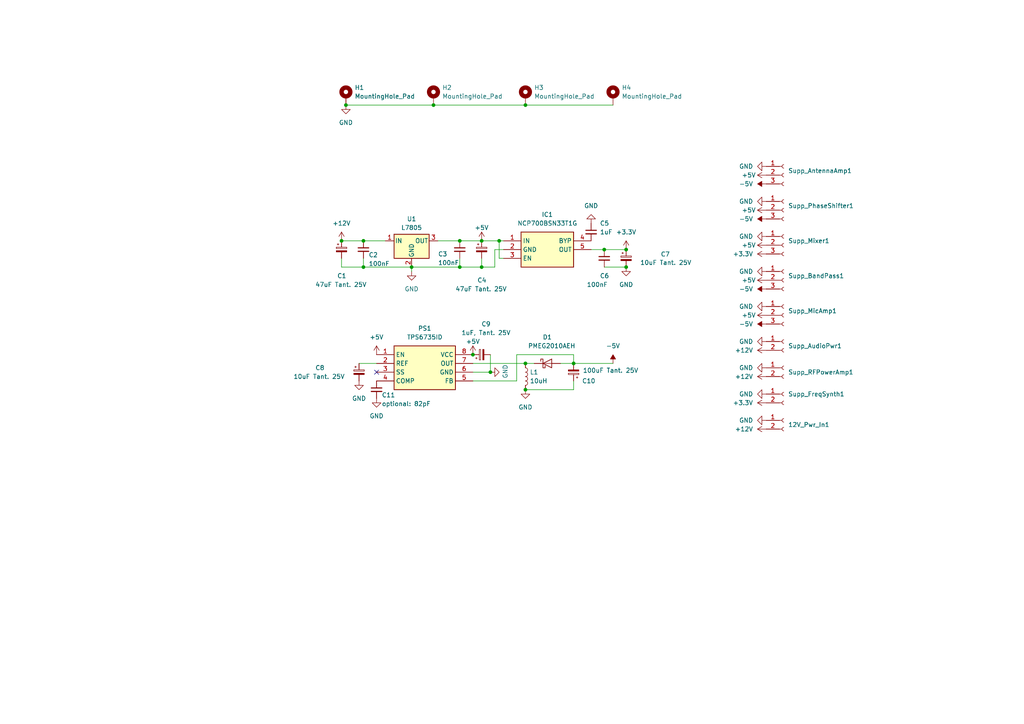
<source format=kicad_sch>
(kicad_sch (version 20231120) (generator "eeschema") (generator_version "8.0")
  (paper "A4")
  (title_block (title "Phasor Radio: Power Supply") (date "2024-02-19") (rev "v1") (company "Stefan Meyre, HB9GZE"))
  (lib_symbols
    (symbol "Connector:Conn_01x02_Socket" (pin_names (offset 1.016) hide)
      (property "Reference" "J" (at 0 2.54 0))
      (property "Value" "Conn_01x02_Socket" (at 0 -5.08 0))
      (symbol "Conn_01x02_Socket_1_1"
        (arc (start 0 -2.032) (mid -0.5058 -2.54) (end 0 -3.048) (stroke (width 0.1524)))
        (polyline (pts (xy -1.27 -2.54) (xy -0.508 -2.54)) (stroke (width 0.1524)))
        (polyline (pts (xy -1.27 0) (xy -0.508 0)) (stroke (width 0.1524)))
        (arc (start 0 0.508) (mid -0.5058 0) (end 0 -0.508) (stroke (width 0.1524)))
        (pin passive line (at -5.08 0 0) (length 3.81) (name "Pin_1") (number "1"))
        (pin passive line (at -5.08 -2.54 0) (length 3.81) (name "Pin_2") (number "2"))
      )
    )
    (symbol "Connector:Conn_01x03_Socket" (pin_names (offset 1.016) hide)
      (property "Reference" "J" (at 0 5.08 0))
      (property "Value" "Conn_01x03_Socket" (at 0 -5.08 0))
      (symbol "Conn_01x03_Socket_1_1"
        (arc (start 0 -2.032) (mid -0.5058 -2.54) (end 0 -3.048) (stroke (width 0.1524)))
        (polyline (pts (xy -1.27 -2.54) (xy -0.508 -2.54)) (stroke (width 0.1524)))
        (polyline (pts (xy -1.27 0) (xy -0.508 0)) (stroke (width 0.1524)))
        (polyline (pts (xy -1.27 2.54) (xy -0.508 2.54)) (stroke (width 0.1524)))
        (arc (start 0 0.508) (mid -0.5058 0) (end 0 -0.508) (stroke (width 0.1524)))
        (arc (start 0 3.048) (mid -0.5058 2.54) (end 0 2.032) (stroke (width 0.1524)))
        (pin passive line (at -5.08 2.54 0) (length 3.81) (name "Pin_1") (number "1"))
        (pin passive line (at -5.08 0 0) (length 3.81) (name "Pin_2") (number "2"))
        (pin passive line (at -5.08 -2.54 0) (length 3.81) (name "Pin_3") (number "3"))
      )
    )
    (symbol "Device:C_Polarized_Small" (pin_numbers hide) (pin_names (offset 0.254) hide)
      (property "Reference" "C" (at 0.254 1.778 0))
      (property "Value" "C_Polarized_Small" (at 0.254 -2.032 0))
      (symbol "C_Polarized_Small_0_1"
        (rectangle (start -1.524 -0.3048) (end 1.524 -0.6858) (fill (type outline)))
        (rectangle (start -1.524 0.6858) (end 1.524 0.3048))
        (polyline (pts (xy -1.27 1.524) (xy -0.762 1.524)))
        (polyline (pts (xy -1.016 1.27) (xy -1.016 1.778)))
      )
      (symbol "C_Polarized_Small_1_1"
        (pin passive line (at 0 2.54 270) (length 1.8542) (name "~") (number "1"))
        (pin passive line (at 0 -2.54 90) (length 1.8542) (name "~") (number "2"))
      )
    )
    (symbol "Device:C_Small" (pin_numbers hide) (pin_names (offset 0.254) hide)
      (property "Reference" "C" (at 0.254 1.778 0))
      (property "Value" "C_Small" (at 0.254 -2.032 0))
      (symbol "C_Small_0_1"
        (polyline (pts (xy -1.524 -0.508) (xy 1.524 -0.508)) (stroke (width 0.3302)))
        (polyline (pts (xy -1.524 0.508) (xy 1.524 0.508)) (stroke (width 0.3048)))
      )
      (symbol "C_Small_1_1"
        (pin passive line (at 0 2.54 270) (length 2.032) (name "~") (number "1"))
        (pin passive line (at 0 -2.54 90) (length 2.032) (name "~") (number "2"))
      )
    )
    (symbol "Device:L" (pin_numbers hide) (pin_names (offset 1.016) hide)
      (property "Reference" "L" (at -1.27 0 90))
      (property "Value" "L" (at 1.905 0 90))
      (symbol "L_0_1"
        (arc (start 0 -2.54) (mid 0.6323 -1.905) (end 0 -1.27))
        (arc (start 0 -1.27) (mid 0.6323 -0.635) (end 0 0))
        (arc (start 0 0) (mid 0.6323 0.635) (end 0 1.27))
        (arc (start 0 1.27) (mid 0.6323 1.905) (end 0 2.54))
      )
      (symbol "L_1_1"
        (pin passive line (at 0 3.81 270) (length 1.27) (name "1") (number "1"))
        (pin passive line (at 0 -3.81 90) (length 1.27) (name "2") (number "2"))
      )
    )
    (symbol "Diode:PMEG2010AEH" (pin_numbers hide) (pin_names hide)
      (property "Reference" "D" (at 0 2.54 0))
      (property "Value" "PMEG2010AEH" (at 0 -2.54 0))
      (symbol "PMEG2010AEH_0_1"
        (polyline (pts (xy 1.27 0) (xy -1.27 0)))
        (polyline (pts (xy 1.27 1.27) (xy 1.27 -1.27) (xy -1.27 0) (xy 1.27 1.27)) (stroke (width 0.2032)))
        (polyline (pts (xy -1.905 0.635) (xy -1.905 1.27) (xy -1.27 1.27) (xy -1.27 -1.27) (xy -0.635 -1.27) (xy -0.635 -0.635)) (stroke (width 0.2032)))
      )
      (symbol "PMEG2010AEH_1_1"
        (pin passive line (at -3.81 0 0) (length 2.54) (name "K") (number "1"))
        (pin passive line (at 3.81 0 180) (length 2.54) (name "A") (number "2"))
      )
    )
    (symbol "Mechanical:MountingHole_Pad" (pin_numbers hide) (pin_names (offset 1.016) hide)
      (property "Reference" "H" (at 0 6.35 0))
      (property "Value" "MountingHole_Pad" (at 0 4.445 0))
      (symbol "MountingHole_Pad_0_1"
        (circle (center 0 1.27) (radius 1.27) (stroke (width 1.27)))
      )
      (symbol "MountingHole_Pad_1_1"
        (pin input line (at 0 -2.54 90) (length 2.54) (name "1") (number "1"))
      )
    )
    (symbol "Private:NCP700BSN33T1G"
      (property "Reference" "IC" (at 21.59 7.62 0))
      (property "Value" "NCP700BSN33T1G" (at 21.59 5.08 0))
      (symbol "NCP700BSN33T1G_1_1"
        (rectangle (start 5.08 2.54) (end 20.32 -7.62) (stroke (width 0.254)) (fill (type background)))
        (pin passive line (at 0 0 0) (length 5.08) (name "IN") (number "1"))
        (pin passive line (at 0 -2.54 0) (length 5.08) (name "GND") (number "2"))
        (pin passive line (at 0 -5.08 0) (length 5.08) (name "EN") (number "3"))
        (pin passive line (at 25.4 0 180) (length 5.08) (name "BYP") (number "4"))
        (pin passive line (at 25.4 -2.54 180) (length 5.08) (name "OUT") (number "5"))
      )
    )
    (symbol "Private:TPS6735ID"
      (property "Reference" "PS" (at 24.13 7.62 0))
      (property "Value" "TPS6735ID" (at 24.13 5.08 0))
      (symbol "TPS6735ID_1_1"
        (rectangle (start 5.08 2.54) (end 22.86 -10.16) (stroke (width 0.254)) (fill (type background)))
        (pin input line (at 0 0 0) (length 5.08) (name "EN") (number "1"))
        (pin bidirectional line (at 0 -2.54 0) (length 5.08) (name "REF") (number "2"))
        (pin input line (at 0 -5.08 0) (length 5.08) (name "SS") (number "3"))
        (pin passive line (at 0 -7.62 0) (length 5.08) (name "COMP") (number "4"))
        (pin input line (at 27.94 -7.62 180) (length 5.08) (name "FB") (number "5"))
        (pin power_in line (at 27.94 -5.08 180) (length 5.08) (name "GND") (number "6"))
        (pin power_in line (at 27.94 -2.54 180) (length 5.08) (name "OUT") (number "7"))
        (pin power_in line (at 27.94 0 180) (length 5.08) (name "VCC") (number "8"))
      )
    )
    (symbol "Regulator_Linear:L7805" (pin_names (offset 0.254))
      (property "Reference" "U" (at -3.81 3.175 0))
      (property "Value" "L7805" (at 0 3.175 0))
      (symbol "L7805_0_1"
        (rectangle (start -5.08 1.905) (end 5.08 -5.08) (stroke (width 0.254)) (fill (type background)))
      )
      (symbol "L7805_1_1"
        (pin power_in line (at -7.62 0 0) (length 2.54) (name "IN") (number "1"))
        (pin power_in line (at 0 -7.62 90) (length 2.54) (name "GND") (number "2"))
        (pin power_out line (at 7.62 0 180) (length 2.54) (name "OUT") (number "3"))
      )
    )
    (symbol "power:+12V" (power) (pin_names (offset 0))
      (property "Value" "+12V" (at 0 3.556 0))
      (symbol "+12V_0_1"
        (polyline (pts (xy -0.762 1.27) (xy 0 2.54)))
        (polyline (pts (xy 0 0) (xy 0 2.54)))
        (polyline (pts (xy 0 2.54) (xy 0.762 1.27)))
      )
      (symbol "+12V_1_1"
        (pin power_in line (at 0 0 90) (length 0) hide (name "+12V") (number "1"))
      )
    )
    (symbol "power:+3.3V" (power) (pin_names (offset 0))
      (property "Value" "+3.3V" (at 0 3.556 0))
      (symbol "+3.3V_0_1"
        (polyline (pts (xy -0.762 1.27) (xy 0 2.54)))
        (polyline (pts (xy 0 0) (xy 0 2.54)))
        (polyline (pts (xy 0 2.54) (xy 0.762 1.27)))
      )
      (symbol "+3.3V_1_1"
        (pin power_in line (at 0 0 90) (length 0) hide (name "+3.3V") (number "1"))
      )
    )
    (symbol "power:+5V" (power) (pin_names (offset 0))
      (property "Value" "+5V" (at 0 3.556 0))
      (symbol "+5V_0_1"
        (polyline (pts (xy -0.762 1.27) (xy 0 2.54)))
        (polyline (pts (xy 0 0) (xy 0 2.54)))
        (polyline (pts (xy 0 2.54) (xy 0.762 1.27)))
      )
      (symbol "+5V_1_1"
        (pin power_in line (at 0 0 90) (length 0) hide (name "+5V") (number "1"))
      )
    )
    (symbol "power:-5V" (power) (pin_names (offset 0))
      (property "Value" "-5V" (at 0 3.81 0))
      (symbol "-5V_0_0"
        (pin power_in line (at 0 0 90) (length 0) hide (name "-5V") (number "1"))
      )
      (symbol "-5V_0_1"
        (polyline (pts (xy 0 0) (xy 0 1.27) (xy 0.762 1.27) (xy 0 2.54) (xy -0.762 1.27) (xy 0 1.27)) (fill (type outline)))
      )
    )
    (symbol "power:GND" (power) (pin_names (offset 0))
      (property "Value" "GND" (at 0 -3.81 0))
      (symbol "GND_0_1"
        (polyline (pts (xy 0 0) (xy 0 -1.27) (xy 1.27 -1.27) (xy 0 -2.54) (xy -1.27 -1.27) (xy 0 -1.27)))
      )
      (symbol "GND_1_1"
        (pin power_in line (at 0 0 270) (length 0) hide (name "GND") (number "1"))
      )
    )
  )
  (junction (at 152.4 30.48))
  (junction (at 125.73 30.48))
  (junction (at 105.41 77.47))
  (junction (at 144.78 69.85))
  (junction (at 139.7 77.47))
  (junction (at 152.4 113.03))
  (junction (at 100.33 30.48))
  (junction (at 133.35 69.85))
  (junction (at 99.06 69.85))
  (junction (at 175.26 72.39))
  (junction (at 105.41 69.85))
  (junction (at 139.7 69.85))
  (junction (at 137.16 102.87))
  (junction (at 142.24 107.95))
  (junction (at 119.38 77.47))
  (junction (at 133.35 77.47))
  (junction (at 181.61 72.39))
  (junction (at 166.37 105.41))
  (junction (at 152.4 105.41))
  (junction (at 181.61 77.47))
  (no_connect (at 109.22 107.95))
  (wire (pts (xy 104.14 105.41) (xy 109.22 105.41)))
  (wire (pts (xy 152.4 113.03) (xy 166.37 113.03)))
  (wire (pts (xy 139.7 69.85) (xy 144.78 69.85)))
  (wire (pts (xy 152.4 105.41) (xy 154.94 105.41)))
  (wire (pts (xy 133.35 74.93) (xy 133.35 77.47)))
  (wire (pts (xy 127 69.85) (xy 133.35 69.85)))
  (wire (pts (xy 166.37 105.41) (xy 177.8 105.41)))
  (wire (pts (xy 166.37 110.49) (xy 166.37 113.03)))
  (wire (pts (xy 144.78 69.85) (xy 144.78 74.93)))
  (wire (pts (xy 99.06 77.47) (xy 105.41 77.47)))
  (wire (pts (xy 139.7 77.47) (xy 143.51 77.47)))
  (wire (pts (xy 137.16 107.95) (xy 142.24 107.95)))
  (wire (pts (xy 143.51 77.47) (xy 143.51 72.39)))
  (wire (pts (xy 152.4 30.48) (xy 177.8 30.48)))
  (wire (pts (xy 137.16 105.41) (xy 152.4 105.41)))
  (wire (pts (xy 99.06 69.85) (xy 105.41 69.85)))
  (wire (pts (xy 149.86 102.87) (xy 149.86 110.49)))
  (wire (pts (xy 99.06 77.47) (xy 99.06 74.93)))
  (wire (pts (xy 119.38 78.74) (xy 119.38 77.47)))
  (wire (pts (xy 171.45 72.39) (xy 175.26 72.39)))
  (wire (pts (xy 105.41 74.93) (xy 105.41 77.47)))
  (wire (pts (xy 143.51 72.39) (xy 146.05 72.39)))
  (wire (pts (xy 175.26 72.39) (xy 181.61 72.39)))
  (wire (pts (xy 105.41 69.85) (xy 111.76 69.85)))
  (wire (pts (xy 142.24 102.87) (xy 142.24 107.95)))
  (wire (pts (xy 133.35 69.85) (xy 139.7 69.85)))
  (wire (pts (xy 125.73 30.48) (xy 152.4 30.48)))
  (wire (pts (xy 146.05 74.93) (xy 144.78 74.93)))
  (wire (pts (xy 100.33 30.48) (xy 125.73 30.48)))
  (wire (pts (xy 166.37 102.87) (xy 149.86 102.87)))
  (wire (pts (xy 105.41 77.47) (xy 119.38 77.47)))
  (wire (pts (xy 133.35 77.47) (xy 139.7 77.47)))
  (wire (pts (xy 166.37 105.41) (xy 166.37 102.87)))
  (wire (pts (xy 175.26 77.47) (xy 181.61 77.47)))
  (wire (pts (xy 139.7 74.93) (xy 139.7 77.47)))
  (wire (pts (xy 119.38 77.47) (xy 133.35 77.47)))
  (wire (pts (xy 137.16 110.49) (xy 149.86 110.49)))
  (wire (pts (xy 162.56 105.41) (xy 166.37 105.41)))
  (wire (pts (xy 144.78 69.85) (xy 146.05 69.85)))
  (symbol (lib_id "Mechanical:MountingHole_Pad") (at 125.73 27.94 0) (unit 1)
    (property "Reference" "H2" (at 128.27 25.4 0) (effects (justify left)))
    (property "Value" "MountingHole_Pad" (at 128.27 27.94 0) (effects (justify left)))
    (property "Footprint" "MountingHole:MountingHole_2.5mm_Pad_TopBottom" (effects (hide yes)))
  )
  (symbol (lib_id "power:-5V") (at 222.25 93.98 90) (unit 1)
    (property "Reference" "#PWR0121" (effects (hide yes)))
    (property "Value" "-5V" (at 218.44 93.98 90) (effects (justify left)))
  )
  (symbol (lib_id "power:+12V") (at 222.25 101.6 90) (unit 1)
    (property "Reference" "#PWR0118" (effects (hide yes)))
    (property "Value" "+12V" (at 218.44 101.6 90) (effects (justify left)))
  )
  (symbol (lib_id "Mechanical:MountingHole_Pad") (at 152.4 27.94 0) (unit 1)
    (property "Reference" "H3" (at 154.94 25.4 0) (effects (justify left)))
    (property "Value" "MountingHole_Pad" (at 154.94 27.94 0) (effects (justify left)))
    (property "Footprint" "MountingHole:MountingHole_2.5mm_Pad_TopBottom" (effects (hide yes)))
  )
  (symbol (lib_id "power:GND") (at 222.25 99.06 270) (unit 1)
    (property "Reference" "#PWR0119" (effects (hide yes)))
    (property "Value" "GND" (at 218.44 99.06 90) (effects (justify right)))
  )
  (symbol (lib_id "Connector:Conn_01x03_Socket") (at 227.33 50.8 0) (unit 1)
    (property "Reference" "Supp_AntennaAmp1" (at 228.6 49.53 0) (effects (justify left)))
    (property "Value" "Supp_AntennaAmp" (effects (hide yes)))
    (property "Footprint" "Connector_JST:JST_EH_B3B-EH-A_1x03_P2.50mm_Vertical" (effects (hide yes)))
  )
  (symbol (lib_id "power:GND") (at 109.22 115.57 0) (unit 1)
    (property "Reference" "#PWR02" (effects (hide yes)))
    (property "Value" "GND" (at 109.22 120.65 0))
  )
  (symbol (lib_id "power:GND") (at 222.25 78.74 270) (unit 1)
    (property "Reference" "#PWR0122" (effects (hide yes)))
    (property "Value" "GND" (at 218.44 78.74 90) (effects (justify right)))
  )
  (symbol (lib_id "Connector:Conn_01x03_Socket") (at 227.33 71.12 0) (unit 1)
    (property "Reference" "Supp_Mixer1" (at 228.6 69.85 0) (effects (justify left)))
    (property "Value" "Supp_Mixer" (effects (hide yes)))
    (property "Footprint" "Connector_JST:JST_EH_B3B-EH-A_1x03_P2.50mm_Vertical" (effects (hide yes)))
  )
  (symbol (lib_id "power:GND") (at 222.25 88.9 270) (unit 1)
    (property "Reference" "#PWR0124" (effects (hide yes)))
    (property "Value" "GND" (at 218.44 88.9 90) (effects (justify right)))
  )
  (symbol (lib_id "power:+5V") (at 222.25 50.8 90) (unit 1)
    (property "Reference" "#PWR0110" (effects (hide yes)))
    (property "Value" "+5V" (at 217.17 50.8 90))
  )
  (symbol (lib_id "Mechanical:MountingHole_Pad") (at 177.8 27.94 0) (unit 1)
    (property "Reference" "H4" (at 180.34 25.4 0) (effects (justify left)))
    (property "Value" "MountingHole_Pad" (at 180.34 27.94 0) (effects (justify left)))
    (property "Footprint" "MountingHole:MountingHole_2.5mm_Pad_TopBottom" (effects (hide yes)))
  )
  (symbol (lib_id "power:+3.3V") (at 222.25 73.66 90) (unit 1)
    (property "Reference" "#PWR0127" (effects (hide yes)))
    (property "Value" "+3.3V" (at 218.44 73.66 90) (effects (justify left)))
  )
  (symbol (lib_id "Connector:Conn_01x02_Socket") (at 227.33 114.3 0) (unit 1)
    (property "Reference" "Supp_FreqSynth1" (at 228.6 114.3 0) (effects (justify left)))
    (property "Value" "Supp_FreqSynth" (effects (hide yes)))
    (property "Footprint" "Connector_JST:JST_EH_B2B-EH-A_1x02_P2.50mm_Vertical" (effects (hide yes)))
  )
  (symbol (lib_id "Connector:Conn_01x03_Socket") (at 227.33 81.28 0) (unit 1)
    (property "Reference" "Supp_BandPass1" (at 228.6 80.01 0) (effects (justify left)))
    (property "Value" "Supp_BandPass" (effects (hide yes)))
    (property "Footprint" "Connector_JST:JST_EH_B3B-EH-A_1x03_P2.50mm_Vertical" (effects (hide yes)))
  )
  (symbol (lib_id "power:+3.3V") (at 181.61 72.39 0) (unit 1)
    (property "Reference" "#PWR0104" (effects (hide yes)))
    (property "Value" "+3.3V" (at 181.61 67.31 0))
  )
  (symbol (lib_id "power:GND") (at 222.25 68.58 270) (unit 1)
    (property "Reference" "#PWR0126" (effects (hide yes)))
    (property "Value" "GND" (at 218.44 68.58 90) (effects (justify right)))
  )
  (symbol (lib_id "Device:C_Small") (at 171.45 67.31 0) (unit 1)
    (property "Reference" "C5" (at 173.99 64.77 0) (effects (justify left)))
    (property "Value" "1uF" (at 173.99 67.31 0) (effects (justify left)))
    (property "Footprint" "Capacitor_SMD:C_0805_2012Metric_Pad1.18x1.45mm_HandSolder" (effects (hide yes)))
  )
  (symbol (lib_id "power:+5V") (at 222.25 71.12 90) (unit 1)
    (property "Reference" "#PWR0128" (effects (hide yes)))
    (property "Value" "+5V" (at 217.17 71.12 90))
  )
  (symbol (lib_id "Device:C_Small") (at 175.26 74.93 0) (unit 1)
    (property "Reference" "C6" (at 173.99 80.01 0) (effects (justify left)))
    (property "Value" "100nF" (at 170.18 82.55 0) (effects (justify left)))
    (property "Footprint" "Capacitor_SMD:C_0805_2012Metric_Pad1.18x1.45mm_HandSolder" (effects (hide yes)))
  )
  (symbol (lib_id "power:-5V") (at 222.25 83.82 90) (unit 1)
    (property "Reference" "#PWR0123" (effects (hide yes)))
    (property "Value" "-5V" (at 218.44 83.82 90) (effects (justify left)))
  )
  (symbol (lib_id "power:GND") (at 181.61 77.47 0) (unit 1)
    (property "Reference" "#PWR0105" (effects (hide yes)))
    (property "Value" "GND" (at 181.61 82.55 0))
  )
  (symbol (lib_id "Regulator_Linear:L7805") (at 119.38 69.85 0) (unit 1)
    (property "Reference" "U1" (at 119.38 63.5 0))
    (property "Value" "L7805" (at 119.38 66.04 0))
    (property "Footprint" "Package_TO_SOT_THT:TO-220-3_Horizontal_TabDown" (effects (hide yes)))
    (property "Datasheet" "http://www.st.com/content/ccc/resource/technical/document/datasheet/41/4f/b3/b0/12/d4/47/88/CD00000444.pdf/files/CD00000444.pdf/jcr:content/translations/en.CD00000444.pdf" (effects (hide yes)))
  )
  (symbol (lib_id "power:GND") (at 222.25 58.42 270) (unit 1)
    (property "Reference" "#PWR0107" (effects (hide yes)))
    (property "Value" "GND" (at 218.44 58.42 90) (effects (justify right)))
  )
  (symbol (lib_id "power:-5V") (at 222.25 53.34 90) (unit 1)
    (property "Reference" "#PWR0111" (effects (hide yes)))
    (property "Value" "-5V" (at 218.44 53.34 90) (effects (justify left)))
  )
  (symbol (lib_id "Device:C_Small") (at 109.22 113.03 0) (unit 1)
    (property "Reference" "C11" (at 110.7294 114.5799 0) (effects (justify left)))
    (property "Value" "optional: 82pF" (at 110.7294 117.1199 0) (effects (justify left)))
    (property "Footprint" "Capacitor_SMD:C_0805_2012Metric_Pad1.18x1.45mm_HandSolder" (effects (hide yes)))
  )
  (symbol (lib_id "power:-5V") (at 222.25 63.5 90) (unit 1)
    (property "Reference" "#PWR0129" (effects (hide yes)))
    (property "Value" "-5V" (at 218.44 63.5 90) (effects (justify left)))
  )
  (symbol (lib_id "power:+12V") (at 222.25 109.22 90) (unit 1)
    (property "Reference" "#PWR0113" (effects (hide yes)))
    (property "Value" "+12V" (at 218.44 109.22 90) (effects (justify left)))
  )
  (symbol (lib_id "Device:C_Polarized_Small") (at 104.14 107.95 0) (unit 1)
    (property "Reference" "C8" (at 91.44 106.68 0) (effects (justify left)))
    (property "Value" "10uF Tant. 25V" (at 85.09 109.22 0) (effects (justify left)))
    (property "Footprint" "Capacitor_Tantalum_SMD:CP_EIA-7343-30_AVX-N_Pad2.25x2.55mm_HandSolder" (effects (hide yes)))
  )
  (symbol (lib_id "power:GND") (at 222.25 114.3 270) (unit 1)
    (property "Reference" "#PWR0112" (effects (hide yes)))
    (property "Value" "GND" (at 218.44 114.3 90) (effects (justify right)))
  )
  (symbol (lib_id "Device:C_Polarized_Small") (at 99.06 72.39 0) (unit 1)
    (property "Reference" "C1" (at 97.79 80.01 0) (effects (justify left)))
    (property "Value" "47uF Tant. 25V" (at 91.44 82.55 0) (effects (justify left)))
    (property "Footprint" "Capacitor_Tantalum_SMD:CP_EIA-7343-30_AVX-N_Pad2.25x2.55mm_HandSolder" (effects (hide yes)))
  )
  (symbol (lib_id "power:+5V") (at 222.25 60.96 90) (unit 1)
    (property "Reference" "#PWR0108" (effects (hide yes)))
    (property "Value" "+5V" (at 217.17 60.96 90))
  )
  (symbol (lib_id "Device:C_Polarized_Small") (at 181.61 74.93 0) (unit 1)
    (property "Reference" "C7" (at 191.614 73.7364 0) (effects (justify left)))
    (property "Value" "10uF Tant. 25V" (at 185.6603 76.1637 0) (effects (justify left)))
    (property "Footprint" "Capacitor_Tantalum_SMD:CP_EIA-7343-30_AVX-N_Pad2.25x2.55mm_HandSolder" (effects (hide yes)))
  )
  (symbol (lib_id "Private:TPS6735ID") (at 109.22 102.87 0) (unit 1)
    (property "Reference" "PS1" (at 123.19 95.25 0))
    (property "Value" "TPS6735ID" (at 123.19 97.79 0))
    (property "Footprint" "Private:SOIC127P600X175-8N" (effects (hide yes)))
    (property "Datasheet" "https://www.ti.com.cn/cn/lit/ds/symlink/tps6735.pdf?ts=1616851433916&ref_url=https%253A%252F%252Fwww.ti.com.cn%252Fsitesearch%252Fcn%252Fdocs%252Funiversalsearch.tsp%253FsearchTerm%253Dtps6735" (effects (hide yes)))
    (property "Height" "1.75" (effects (hide yes)))
    (property "Manufacturer_Name" "Texas Instruments" (effects (hide yes)))
    (property "Manufacturer_Part_Number" "TPS6735ID" (effects (hide yes)))
    (property "Mouser Part Number" "595-TPS6735ID" (effects (hide yes)))
    (property "Mouser Price/Stock" "https://www.mouser.co.uk/ProductDetail/Texas-Instruments/TPS6735ID?qs=YhsVCygOPE2B2F%252BGef%2FDjA%3D%3D" (effects (hide yes)))
  )
  (symbol (lib_id "power:GND") (at 100.33 30.48 0) (unit 1)
    (property "Reference" "#PWR01" (effects (hide yes)))
    (property "Value" "GND" (at 100.33 35.56 0))
  )
  (symbol (lib_id "Mechanical:MountingHole_Pad") (at 100.33 27.94 0) (unit 1)
    (property "Reference" "H1" (at 102.87 25.4 0) (effects (justify left)))
    (property "Value" "MountingHole_Pad" (at 102.87 27.94 0) (effects (justify left)))
    (property "Footprint" "MountingHole:MountingHole_2.5mm_Pad_TopBottom" (effects (hide yes)))
  )
  (symbol (lib_id "Device:C_Polarized_Small") (at 166.37 107.95 180) (unit 1)
    (property "Reference" "C10" (at 172.72 110.49 0) (effects (justify left)))
    (property "Value" "100uF Tant. 25V" (at 185.166 107.442 0) (effects (justify left)))
    (property "Footprint" "Capacitor_Tantalum_SMD:CP_EIA-7343-30_AVX-N_Pad2.25x2.55mm_HandSolder" (effects (hide yes)))
  )
  (symbol (lib_id "power:+12V") (at 99.06 69.85 0) (unit 1)
    (property "Reference" "#PWR0101" (effects (hide yes)))
    (property "Value" "+12V" (at 99.06 64.77 0))
  )
  (symbol (lib_id "power:+5V") (at 222.25 91.44 90) (unit 1)
    (property "Reference" "#PWR0120" (effects (hide yes)))
    (property "Value" "+5V" (at 217.17 91.44 90))
  )
  (symbol (lib_id "Device:L") (at 152.4 109.22 0) (unit 1)
    (property "Reference" "L1" (at 153.67 107.95 0) (effects (justify left)))
    (property "Value" "10uH" (at 153.67 110.49 0) (effects (justify left)))
    (property "Footprint" "Inductor_SMD:L_1812_4532Metric_Pad1.30x3.40mm_HandSolder" (effects (hide yes)))
  )
  (symbol (lib_id "power:GND") (at 104.14 110.49 0) (unit 1)
    (property "Reference" "#PWR0132" (effects (hide yes)))
    (property "Value" "GND" (at 104.14 115.57 0))
  )
  (symbol (lib_id "power:+5V") (at 137.16 102.87 0) (unit 1)
    (property "Reference" "#PWR0135" (effects (hide yes)))
    (property "Value" "+5V" (at 137.16 99.06 0))
  )
  (symbol (lib_id "power:+5V") (at 222.25 81.28 90) (unit 1)
    (property "Reference" "#PWR0125" (effects (hide yes)))
    (property "Value" "+5V" (at 217.17 81.28 90))
  )
  (symbol (lib_id "power:+5V") (at 109.22 102.87 0) (unit 1)
    (property "Reference" "#PWR0133" (effects (hide yes)))
    (property "Value" "+5V" (at 109.22 97.79 0))
  )
  (symbol (lib_id "power:GND") (at 222.25 121.92 270) (unit 1)
    (property "Reference" "#PWR0114" (effects (hide yes)))
    (property "Value" "GND" (at 218.44 121.92 90) (effects (justify right)))
  )
  (symbol (lib_id "Connector:Conn_01x02_Socket") (at 227.33 106.68 0) (unit 1)
    (property "Reference" "Supp_RFPowerAmp1" (at 228.6 107.95 0) (effects (justify left)))
    (property "Value" "Supp_FreqSynth" (effects (hide yes)))
    (property "Footprint" "Connector_JST:JST_EH_B2B-EH-A_1x02_P2.50mm_Vertical" (effects (hide yes)))
  )
  (symbol (lib_id "power:GND") (at 142.24 107.95 90) (unit 1)
    (property "Reference" "#PWR0134" (effects (hide yes)))
    (property "Value" "GND" (at 146.5597 105.6935 0) (effects (justify right)))
  )
  (symbol (lib_id "power:GND") (at 222.25 106.68 270) (unit 1)
    (property "Reference" "#PWR0117" (effects (hide yes)))
    (property "Value" "GND" (at 218.44 106.68 90) (effects (justify right)))
  )
  (symbol (lib_id "power:GND") (at 119.38 78.74 0) (unit 1)
    (property "Reference" "#PWR0130" (effects (hide yes)))
    (property "Value" "GND" (at 119.38 83.82 0))
  )
  (symbol (lib_id "Device:C_Polarized_Small") (at 139.7 72.39 0) (unit 1)
    (property "Reference" "C4" (at 138.43 81.28 0) (effects (justify left)))
    (property "Value" "47uF Tant. 25V" (at 132.08 83.82 0) (effects (justify left)))
    (property "Footprint" "Capacitor_Tantalum_SMD:CP_EIA-7343-30_AVX-N_Pad2.25x2.55mm_HandSolder" (effects (hide yes)))
  )
  (symbol (lib_id "Connector:Conn_01x03_Socket") (at 227.33 91.44 0) (unit 1)
    (property "Reference" "Supp_MicAmp1" (at 228.6 90.17 0) (effects (justify left)))
    (property "Value" "Supp_MicAmp" (effects (hide yes)))
    (property "Footprint" "Connector_JST:JST_EH_B3B-EH-A_1x03_P2.50mm_Vertical" (effects (hide yes)))
  )
  (symbol (lib_id "Connector:Conn_01x03_Socket") (at 227.33 60.96 0) (unit 1)
    (property "Reference" "Supp_PhaseShifter1" (at 228.6 59.69 0) (effects (justify left)))
    (property "Value" "Supp_PhaseShifter" (effects (hide yes)))
    (property "Footprint" "Connector_JST:JST_EH_B3B-EH-A_1x03_P2.50mm_Vertical" (effects (hide yes)))
  )
  (symbol (lib_id "Private:NCP700BSN33T1G") (at 146.05 69.85 0) (unit 1)
    (property "Reference" "IC1" (at 158.75 62.23 0))
    (property "Value" "NCP700BSN33T1G" (at 158.75 64.77 0))
    (property "Footprint" "Private:SOT95P275X120-5N" (effects (hide yes)))
    (property "Datasheet" "http://www.onsemi.com/pub/Collateral/NCP700B-D.PDF" (effects (hide yes)))
    (property "Height" "1.1" (effects (hide yes)))
    (property "Manufacturer_Name" "onsemi" (effects (hide yes)))
    (property "Manufacturer_Part_Number" "NCP700BSN33T1G" (effects (hide yes)))
    (property "Mouser Part Number" "863-NCP700BSN33T1G" (effects (hide yes)))
    (property "Mouser Price/Stock" "https://www.mouser.co.uk/ProductDetail/onsemi/NCP700BSN33T1G?qs=Pqj8oIac8rXwbJA18KMANg%3D%3D" (effects (hide yes)))
    (property "Arrow Part Number" "NCP700BSN33T1G" (effects (hide yes)))
    (property "Arrow Price/Stock" "https://www.arrow.com/en/products/ncp700bsn33t1g/on-semiconductor?region=nac" (effects (hide yes)))
  )
  (symbol (lib_id "power:+3.3V") (at 222.25 116.84 90) (unit 1)
    (property "Reference" "#PWR0115" (effects (hide yes)))
    (property "Value" "+3.3V" (at 218.44 116.84 90) (effects (justify left)))
  )
  (symbol (lib_id "power:GND") (at 152.4 113.03 0) (unit 1)
    (property "Reference" "#PWR0136" (effects (hide yes)))
    (property "Value" "GND" (at 152.4 118.11 0))
  )
  (symbol (lib_id "power:GND") (at 171.45 64.77 180) (unit 1)
    (property "Reference" "#PWR0103" (effects (hide yes)))
    (property "Value" "GND" (at 171.45 59.69 0))
  )
  (symbol (lib_id "power:+5V") (at 139.7 69.85 0) (unit 1)
    (property "Reference" "#PWR0102" (effects (hide yes)))
    (property "Value" "+5V" (at 139.7 66.04 0))
  )
  (symbol (lib_id "power:GND") (at 222.25 48.26 270) (unit 1)
    (property "Reference" "#PWR0109" (effects (hide yes)))
    (property "Value" "GND" (at 218.44 48.26 90) (effects (justify right)))
  )
  (symbol (lib_id "power:+12V") (at 222.25 124.46 90) (unit 1)
    (property "Reference" "#PWR0116" (effects (hide yes)))
    (property "Value" "+12V" (at 218.44 124.46 90) (effects (justify left)))
  )
  (symbol (lib_id "Diode:PMEG2010AEH") (at 158.75 105.41 0) (unit 1)
    (property "Reference" "D1" (at 158.75 97.79 0))
    (property "Value" "PMEG2010AEH" (at 160.02 100.33 0))
    (property "Footprint" "Diode_SMD:D_SOD-123F" (effects (hide yes)))
    (property "Datasheet" "https://assets.nexperia.com/documents/data-sheet/PMEG2010AEH_PMEG2010AET.pdf" (effects (hide yes)))
  )
  (symbol (lib_id "power:-5V") (at 177.8 105.41 0) (unit 1)
    (property "Reference" "#PWR0106" (effects (hide yes)))
    (property "Value" "-5V" (at 177.8 100.33 0))
  )
  (symbol (lib_id "Device:C_Small") (at 105.41 72.39 0) (unit 1)
    (property "Reference" "C2" (at 106.9194 73.9399 0) (effects (justify left)))
    (property "Value" "100nF" (at 106.9194 76.4799 0) (effects (justify left)))
    (property "Footprint" "Capacitor_SMD:C_0805_2012Metric_Pad1.18x1.45mm_HandSolder" (effects (hide yes)))
  )
  (symbol (lib_id "Connector:Conn_01x02_Socket") (at 227.33 121.92 0) (unit 1)
    (property "Reference" "12V_Pwr_In1" (at 228.6 123.19 0) (effects (justify left)))
    (property "Value" "12V_Pwr_In" (effects (hide yes)))
    (property "Footprint" "Connector_JST:JST_EH_B2B-EH-A_1x02_P2.50mm_Vertical" (effects (hide yes)))
  )
  (symbol (lib_id "Device:C_Small") (at 133.35 72.39 0) (unit 1)
    (property "Reference" "C3" (at 127.0435 73.6851 0) (effects (justify left)))
    (property "Value" "100nF" (at 127.0435 76.2251 0) (effects (justify left)))
    (property "Footprint" "Capacitor_SMD:C_0805_2012Metric_Pad1.18x1.45mm_HandSolder" (effects (hide yes)))
  )
  (symbol (lib_id "Device:C_Polarized_Small") (at 139.7 102.87 90) (unit 1)
    (property "Reference" "C9" (at 140.97 93.98 90))
    (property "Value" "1uF, Tant. 25V" (at 140.97 96.52 90))
    (property "Footprint" "Capacitor_Tantalum_SMD:CP_EIA-7343-30_AVX-N_Pad2.25x2.55mm_HandSolder" (effects (hide yes)))
  )
  (symbol (lib_id "Connector:Conn_01x02_Socket") (at 227.33 99.06 0) (unit 1)
    (property "Reference" "Supp_AudioPwr1" (at 228.6 100.33 0) (effects (justify left)))
    (property "Value" "Supp_FreqSynth" (effects (hide yes)))
    (property "Footprint" "Connector_JST:JST_EH_B2B-EH-A_1x02_P2.50mm_Vertical" (effects (hide yes)))
  )
)
</source>
